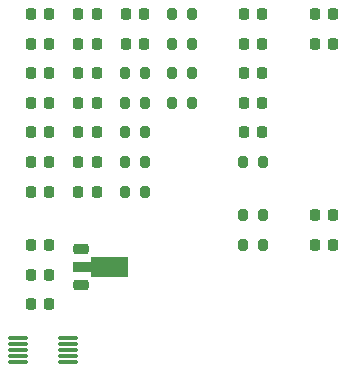
<source format=gbr>
%TF.GenerationSoftware,KiCad,Pcbnew,8.0.4*%
%TF.CreationDate,2024-08-10T08:10:45+10:00*%
%TF.ProjectId,CW HF Transceiver,43572048-4620-4547-9261-6e7363656976,rev?*%
%TF.SameCoordinates,Original*%
%TF.FileFunction,Copper,L1,Top*%
%TF.FilePolarity,Positive*%
%FSLAX46Y46*%
G04 Gerber Fmt 4.6, Leading zero omitted, Abs format (unit mm)*
G04 Created by KiCad (PCBNEW 8.0.4) date 2024-08-10 08:10:45*
%MOMM*%
%LPD*%
G01*
G04 APERTURE LIST*
G04 Aperture macros list*
%AMRoundRect*
0 Rectangle with rounded corners*
0 $1 Rounding radius*
0 $2 $3 $4 $5 $6 $7 $8 $9 X,Y pos of 4 corners*
0 Add a 4 corners polygon primitive as box body*
4,1,4,$2,$3,$4,$5,$6,$7,$8,$9,$2,$3,0*
0 Add four circle primitives for the rounded corners*
1,1,$1+$1,$2,$3*
1,1,$1+$1,$4,$5*
1,1,$1+$1,$6,$7*
1,1,$1+$1,$8,$9*
0 Add four rect primitives between the rounded corners*
20,1,$1+$1,$2,$3,$4,$5,0*
20,1,$1+$1,$4,$5,$6,$7,0*
20,1,$1+$1,$6,$7,$8,$9,0*
20,1,$1+$1,$8,$9,$2,$3,0*%
%AMFreePoly0*
4,1,9,3.862500,-0.866500,0.737500,-0.866500,0.737500,-0.450000,-0.737500,-0.450000,-0.737500,0.450000,0.737500,0.450000,0.737500,0.866500,3.862500,0.866500,3.862500,-0.866500,3.862500,-0.866500,$1*%
G04 Aperture macros list end*
%TA.AperFunction,SMDPad,CuDef*%
%ADD10RoundRect,0.225000X-0.225000X-0.250000X0.225000X-0.250000X0.225000X0.250000X-0.225000X0.250000X0*%
%TD*%
%TA.AperFunction,SMDPad,CuDef*%
%ADD11RoundRect,0.200000X-0.200000X-0.275000X0.200000X-0.275000X0.200000X0.275000X-0.200000X0.275000X0*%
%TD*%
%TA.AperFunction,SMDPad,CuDef*%
%ADD12RoundRect,0.225000X-0.425000X-0.225000X0.425000X-0.225000X0.425000X0.225000X-0.425000X0.225000X0*%
%TD*%
%TA.AperFunction,SMDPad,CuDef*%
%ADD13FreePoly0,0.000000*%
%TD*%
%TA.AperFunction,SMDPad,CuDef*%
%ADD14RoundRect,0.087500X-0.725000X-0.087500X0.725000X-0.087500X0.725000X0.087500X-0.725000X0.087500X0*%
%TD*%
%TA.AperFunction,Conductor*%
%ADD15C,0.200000*%
%TD*%
G04 APERTURE END LIST*
D10*
%TO.P,C22,1*%
%TO.N,+5V*%
X195888000Y-87092000D03*
%TO.P,C22,2*%
%TO.N,GND*%
X197438000Y-87092000D03*
%TD*%
D11*
%TO.P,R12,1*%
%TO.N,+3.3V*%
X213878000Y-84582000D03*
%TO.P,R12,2*%
%TO.N,/Morse Input*%
X215528000Y-84582000D03*
%TD*%
%TO.P,R8,1*%
%TO.N,Net-(C5-Pad2)*%
X207868000Y-67522000D03*
%TO.P,R8,2*%
%TO.N,Net-(U3-XOUT)*%
X209518000Y-67522000D03*
%TD*%
D10*
%TO.P,C1,1*%
%TO.N,+5V*%
X195888000Y-65012000D03*
%TO.P,C1,2*%
%TO.N,GND*%
X197438000Y-65012000D03*
%TD*%
%TO.P,C4,1*%
%TO.N,GND*%
X195888000Y-72542000D03*
%TO.P,C4,2*%
%TO.N,Net-(U3-XIN)*%
X197438000Y-72542000D03*
%TD*%
%TO.P,C5,1*%
%TO.N,GND*%
X195888000Y-75052000D03*
%TO.P,C5,2*%
%TO.N,Net-(C5-Pad2)*%
X197438000Y-75052000D03*
%TD*%
%TO.P,C6,1*%
%TO.N,+1V1*%
X195888000Y-77562000D03*
%TO.P,C6,2*%
%TO.N,GND*%
X197438000Y-77562000D03*
%TD*%
D11*
%TO.P,R7,1*%
%TO.N,/RP2040 Driver/D-*%
X207868000Y-65012000D03*
%TO.P,R7,2*%
%TO.N,Net-(U3-USB_DM)*%
X209518000Y-65012000D03*
%TD*%
%TO.P,R9,1*%
%TO.N,+3.3V*%
X207868000Y-70032000D03*
%TO.P,R9,2*%
%TO.N,/RP2040 Driver/scl*%
X209518000Y-70032000D03*
%TD*%
D10*
%TO.P,C20,1*%
%TO.N,VCC*%
X219938000Y-84582000D03*
%TO.P,C20,2*%
%TO.N,GND*%
X221488000Y-84582000D03*
%TD*%
%TO.P,C12,1*%
%TO.N,+3.3V*%
X199898000Y-75052000D03*
%TO.P,C12,2*%
%TO.N,Net-(C11-Pad2)*%
X201448000Y-75052000D03*
%TD*%
D11*
%TO.P,R5,1*%
%TO.N,+3.3V*%
X203858000Y-77562000D03*
%TO.P,R5,2*%
%TO.N,/RP2040 Driver/QSPI_SS*%
X205508000Y-77562000D03*
%TD*%
D10*
%TO.P,C25,1*%
%TO.N,/Receiver/RCLK*%
X213928000Y-67522000D03*
%TO.P,C25,2*%
%TO.N,GND*%
X215478000Y-67522000D03*
%TD*%
%TO.P,C15,1*%
%TO.N,+3.3V*%
X203908000Y-65012000D03*
%TO.P,C15,2*%
%TO.N,Net-(C11-Pad2)*%
X205458000Y-65012000D03*
%TD*%
%TO.P,C14,1*%
%TO.N,+3.3V*%
X199898000Y-80072000D03*
%TO.P,C14,2*%
%TO.N,Net-(C11-Pad2)*%
X201448000Y-80072000D03*
%TD*%
%TO.P,C10,1*%
%TO.N,+3.3V*%
X199898000Y-70032000D03*
%TO.P,C10,2*%
%TO.N,GND*%
X201448000Y-70032000D03*
%TD*%
%TO.P,C9,1*%
%TO.N,+3.3V*%
X199898000Y-67522000D03*
%TO.P,C9,2*%
%TO.N,Net-(C11-Pad2)*%
X201448000Y-67522000D03*
%TD*%
%TO.P,C18,1*%
%TO.N,Net-(Q4-D)*%
X219938000Y-67522000D03*
%TO.P,C18,2*%
%TO.N,GND*%
X221488000Y-67522000D03*
%TD*%
D12*
%TO.P,U5,1,GND*%
%TO.N,GND*%
X200093000Y-84927000D03*
D13*
%TO.P,U5,2,VI*%
%TO.N,Vdrive*%
X200180500Y-86427000D03*
D12*
%TO.P,U5,3,VO*%
%TO.N,+5V*%
X200093000Y-87927000D03*
%TD*%
D10*
%TO.P,C27,1*%
%TO.N,+3.3V*%
X213928000Y-72542000D03*
%TO.P,C27,2*%
%TO.N,GND*%
X215478000Y-72542000D03*
%TD*%
%TO.P,C28,1*%
%TO.N,+3.3V*%
X213928000Y-75052000D03*
%TO.P,C28,2*%
%TO.N,GND*%
X215478000Y-75052000D03*
%TD*%
%TO.P,C13,1*%
%TO.N,+3.3V*%
X199898000Y-77562000D03*
%TO.P,C13,2*%
%TO.N,Net-(C11-Pad2)*%
X201448000Y-77562000D03*
%TD*%
%TO.P,C17,1*%
%TO.N,Net-(Q3-D)*%
X219938000Y-65012000D03*
%TO.P,C17,2*%
%TO.N,GND*%
X221488000Y-65012000D03*
%TD*%
%TO.P,C11,1*%
%TO.N,+3.3V*%
X199898000Y-72542000D03*
%TO.P,C11,2*%
%TO.N,Net-(C11-Pad2)*%
X201448000Y-72542000D03*
%TD*%
%TO.P,C23,1*%
%TO.N,+5V*%
X195888000Y-89602000D03*
%TO.P,C23,2*%
%TO.N,GND*%
X197438000Y-89602000D03*
%TD*%
D14*
%TO.P,U4,1,VDD*%
%TO.N,+3.3V*%
X194784000Y-92488000D03*
%TO.P,U4,2,XA*%
%TO.N,Net-(U4-XA)*%
X194784000Y-92988000D03*
%TO.P,U4,3,XB*%
%TO.N,Net-(U4-XB)*%
X194784000Y-93488000D03*
%TO.P,U4,4,SCL*%
%TO.N,/RP2040 Driver/scl*%
X194784000Y-93988000D03*
%TO.P,U4,5,SDA*%
%TO.N,/RP2040 Driver/sda*%
X194784000Y-94488000D03*
%TO.P,U4,6,CLK2*%
%TO.N,/Square Wave Gen/BFO out*%
X199009000Y-94488000D03*
%TO.P,U4,7,VDDO*%
%TO.N,+3.3V*%
X199009000Y-93988000D03*
%TO.P,U4,8,GND*%
%TO.N,GND*%
X199009000Y-93488000D03*
%TO.P,U4,9,CLK1*%
%TO.N,/Amplifier/180\u00BA Wave*%
X199009000Y-92988000D03*
%TO.P,U4,10,CLK0*%
%TO.N,/Amplifier/0\u00BA Wave*%
X199009000Y-92488000D03*
%TD*%
D11*
%TO.P,R11,1*%
%TO.N,+3.3V*%
X213878000Y-77562000D03*
%TO.P,R11,2*%
%TO.N,Net-(U7-~{RST})*%
X215528000Y-77562000D03*
%TD*%
D10*
%TO.P,C19,1*%
%TO.N,+3.3V*%
X219938000Y-82072000D03*
%TO.P,C19,2*%
%TO.N,GND*%
X221488000Y-82072000D03*
%TD*%
%TO.P,C3,1*%
%TO.N,+3.3V*%
X195888000Y-70032000D03*
%TO.P,C3,2*%
%TO.N,GND*%
X197438000Y-70032000D03*
%TD*%
%TO.P,C26,1*%
%TO.N,+3.3V*%
X213928000Y-70032000D03*
%TO.P,C26,2*%
%TO.N,Net-(U7-DBYP)*%
X215478000Y-70032000D03*
%TD*%
%TO.P,C24,1*%
%TO.N,/Receiver/DCLK*%
X213928000Y-65012000D03*
%TO.P,C24,2*%
%TO.N,GND*%
X215478000Y-65012000D03*
%TD*%
D11*
%TO.P,R1,1*%
%TO.N,VCC*%
X213878000Y-82072000D03*
%TO.P,R1,2*%
%TO.N,Vdrive*%
X215528000Y-82072000D03*
%TD*%
%TO.P,R6,1*%
%TO.N,/RP2040 Driver/D+*%
X203858000Y-80072000D03*
%TO.P,R6,2*%
%TO.N,Net-(U3-USB_DP)*%
X205508000Y-80072000D03*
%TD*%
D10*
%TO.P,C8,1*%
%TO.N,+1V1*%
X199898000Y-65012000D03*
%TO.P,C8,2*%
%TO.N,GND*%
X201448000Y-65012000D03*
%TD*%
%TO.P,C2,1*%
%TO.N,+3.3V*%
X195888000Y-67522000D03*
%TO.P,C2,2*%
%TO.N,GND*%
X197438000Y-67522000D03*
%TD*%
D11*
%TO.P,R3,1*%
%TO.N,Net-(J6-CC1)*%
X203858000Y-72542000D03*
%TO.P,R3,2*%
%TO.N,GND*%
X205508000Y-72542000D03*
%TD*%
%TO.P,R10,1*%
%TO.N,+3.3V*%
X207868000Y-72542000D03*
%TO.P,R10,2*%
%TO.N,/RP2040 Driver/sda*%
X209518000Y-72542000D03*
%TD*%
%TO.P,R4,1*%
%TO.N,Net-(JP1-B)*%
X203858000Y-75052000D03*
%TO.P,R4,2*%
%TO.N,/RP2040 Driver/QSPI_SS*%
X205508000Y-75052000D03*
%TD*%
%TO.P,R2,1*%
%TO.N,Net-(J6-CC2)*%
X203858000Y-70032000D03*
%TO.P,R2,2*%
%TO.N,GND*%
X205508000Y-70032000D03*
%TD*%
D10*
%TO.P,C21,1*%
%TO.N,Vdrive*%
X195888000Y-84582000D03*
%TO.P,C21,2*%
%TO.N,GND*%
X197438000Y-84582000D03*
%TD*%
%TO.P,C7,1*%
%TO.N,+1V1*%
X195888000Y-80072000D03*
%TO.P,C7,2*%
%TO.N,GND*%
X197438000Y-80072000D03*
%TD*%
%TO.P,C16,1*%
%TO.N,+3.3V*%
X203908000Y-67522000D03*
%TO.P,C16,2*%
%TO.N,Net-(C11-Pad2)*%
X205458000Y-67522000D03*
%TD*%
D15*
%TO.N,Net-(U3-USB_DP)*%
X205508000Y-80072000D02*
X205508000Y-80115000D01*
X205508000Y-80115000D02*
X205486000Y-80137000D01*
%TD*%
M02*

</source>
